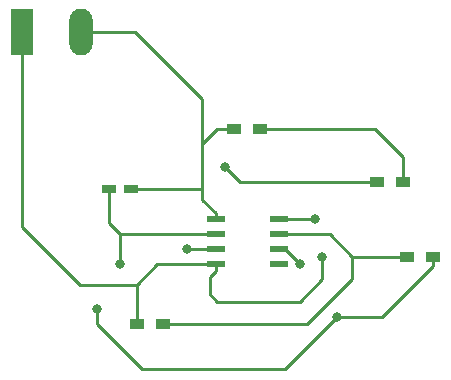
<source format=gbr>
G04 #@! TF.GenerationSoftware,KiCad,Pcbnew,(5.1.0-838-gcbea5149c)*
G04 #@! TF.CreationDate,2019-07-14T10:46:31-04:00*
G04 #@! TF.ProjectId,555BlinkingLED,35353542-6c69-46e6-9b69-6e674c45442e,rev?*
G04 #@! TF.SameCoordinates,Original*
G04 #@! TF.FileFunction,Copper,L1,Top*
G04 #@! TF.FilePolarity,Positive*
%FSLAX46Y46*%
G04 Gerber Fmt 4.6, Leading zero omitted, Abs format (unit mm)*
G04 Created by KiCad (PCBNEW (5.1.0-838-gcbea5149c)) date 2019-07-14 10:46:31*
%MOMM*%
%LPD*%
G04 APERTURE LIST*
%ADD10R,1.550000X0.600000*%
%ADD11R,1.200000X0.900000*%
%ADD12R,1.980000X3.960000*%
%ADD13O,1.980000X3.960000*%
%ADD14R,1.200000X0.750000*%
%ADD15C,0.800000*%
%ADD16C,0.250000*%
G04 APERTURE END LIST*
D10*
X42385000Y-43180000D03*
X42385000Y-44450000D03*
X42385000Y-45720000D03*
X42385000Y-46990000D03*
X47785000Y-46990000D03*
X47785000Y-45720000D03*
X47785000Y-44450000D03*
X47785000Y-43180000D03*
D11*
X58590000Y-46355000D03*
X60790000Y-46355000D03*
X35730000Y-52070000D03*
X37930000Y-52070000D03*
X56050000Y-40005000D03*
X58250000Y-40005000D03*
D12*
X26035000Y-27305000D03*
D13*
X31035000Y-27305000D03*
D11*
X43985000Y-35560000D03*
X46185000Y-35560000D03*
D14*
X33340000Y-40640000D03*
X35240000Y-40640000D03*
D15*
X43180000Y-38735000D03*
X40005000Y-45720000D03*
X51435000Y-46355000D03*
X50800000Y-43180000D03*
X52705000Y-51435000D03*
X49530000Y-46990000D03*
X32385000Y-50800000D03*
X34290000Y-46990000D03*
D16*
X42385000Y-42630000D02*
X41275000Y-41520000D01*
X42385000Y-43180000D02*
X42385000Y-42630000D01*
X41275000Y-41520000D02*
X41275000Y-36830000D01*
X42545000Y-35560000D02*
X43985000Y-35560000D01*
X41275000Y-36830000D02*
X42545000Y-35560000D01*
X41275000Y-36830000D02*
X41275000Y-33020000D01*
X35560000Y-27305000D02*
X31035000Y-27305000D01*
X41275000Y-33020000D02*
X35560000Y-27305000D01*
X35240000Y-40640000D02*
X41275000Y-40640000D01*
X33340000Y-43500000D02*
X33340000Y-40640000D01*
X42385000Y-44450000D02*
X34290000Y-44450000D01*
X34290000Y-44450000D02*
X33340000Y-43500000D01*
X35730000Y-52070000D02*
X35730000Y-48725000D01*
X37465000Y-46990000D02*
X42385000Y-46990000D01*
X35730000Y-48725000D02*
X37465000Y-46990000D01*
X37930000Y-52070000D02*
X50165000Y-52070000D01*
X50165000Y-52070000D02*
X53975000Y-48260000D01*
X53975000Y-48260000D02*
X53975000Y-46355000D01*
X52070000Y-44450000D02*
X47785000Y-44450000D01*
X53975000Y-46355000D02*
X52070000Y-44450000D01*
X30945000Y-48725000D02*
X35730000Y-48725000D01*
X26035000Y-27305000D02*
X26035000Y-43815000D01*
X26035000Y-43815000D02*
X30945000Y-48725000D01*
X58250000Y-39305000D02*
X58250000Y-40005000D01*
X55880000Y-35560000D02*
X58250000Y-37930000D01*
X58250000Y-37930000D02*
X58250000Y-39305000D01*
X46185000Y-35560000D02*
X55880000Y-35560000D01*
X58590000Y-46355000D02*
X58420000Y-46355000D01*
X57740000Y-46355000D02*
X53975000Y-46355000D01*
X58590000Y-46355000D02*
X57740000Y-46355000D01*
X44450000Y-40005000D02*
X43180000Y-38735000D01*
X56050000Y-40005000D02*
X44450000Y-40005000D01*
X40005000Y-45720000D02*
X42385000Y-45720000D01*
X42385000Y-47540000D02*
X41910000Y-48015000D01*
X42385000Y-46990000D02*
X42385000Y-47540000D01*
X41910000Y-48015000D02*
X41910000Y-49530000D01*
X41910000Y-49530000D02*
X42545000Y-50165000D01*
X42545000Y-50165000D02*
X49530000Y-50165000D01*
X49530000Y-50165000D02*
X51435000Y-48260000D01*
X51435000Y-48260000D02*
X51435000Y-46355000D01*
X50800000Y-43180000D02*
X47785000Y-43180000D01*
X60790000Y-46355000D02*
X60790000Y-47160000D01*
X60790000Y-47160000D02*
X56515000Y-51435000D01*
X56515000Y-51435000D02*
X52705000Y-51435000D01*
X52705000Y-51435000D02*
X52705000Y-51435000D01*
X48260000Y-45720000D02*
X47785000Y-45720000D01*
X49530000Y-46990000D02*
X48260000Y-45720000D01*
X52705000Y-51435000D02*
X48260000Y-55880000D01*
X48260000Y-55880000D02*
X36195000Y-55880000D01*
X36195000Y-55880000D02*
X32385000Y-52070000D01*
X32385000Y-52070000D02*
X32385000Y-50800000D01*
X32385000Y-50800000D02*
X32385000Y-50800000D01*
X34290000Y-46990000D02*
X34290000Y-44450000D01*
M02*

</source>
